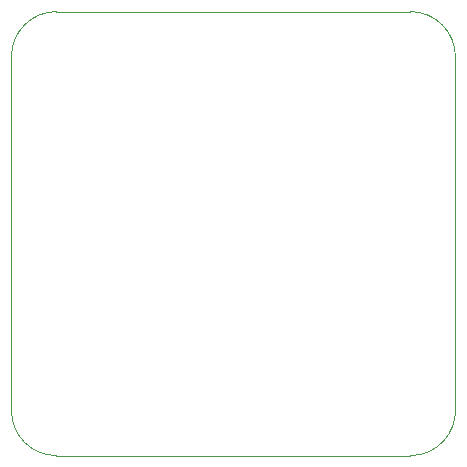
<source format=gbr>
G04 #@! TF.GenerationSoftware,KiCad,Pcbnew,(5.1.6)-1*
G04 #@! TF.CreationDate,2021-06-24T15:15:03+10:00*
G04 #@! TF.ProjectId,BSPD,42535044-2e6b-4696-9361-645f70636258,rev?*
G04 #@! TF.SameCoordinates,Original*
G04 #@! TF.FileFunction,Profile,NP*
%FSLAX46Y46*%
G04 Gerber Fmt 4.6, Leading zero omitted, Abs format (unit mm)*
G04 Created by KiCad (PCBNEW (5.1.6)-1) date 2021-06-24 15:15:03*
%MOMM*%
%LPD*%
G01*
G04 APERTURE LIST*
G04 #@! TA.AperFunction,Profile*
%ADD10C,0.050000*%
G04 #@! TD*
G04 APERTURE END LIST*
D10*
X119380000Y-105156000D02*
X119370318Y-134856549D01*
X85598000Y-138938000D02*
X115570000Y-138938000D01*
X81788000Y-105156000D02*
X81788000Y-135128000D01*
X115570000Y-101346000D02*
X85598000Y-101346000D01*
X115570000Y-101346000D02*
G75*
G02*
X119380000Y-105156000I0J-3810000D01*
G01*
X119370318Y-134856549D02*
G75*
G02*
X115570000Y-138938000I-3800318J-271451D01*
G01*
X85598000Y-138938000D02*
G75*
G02*
X81788000Y-135128000I0J3810000D01*
G01*
X81788000Y-105156000D02*
G75*
G02*
X85598000Y-101346000I3810000J0D01*
G01*
M02*

</source>
